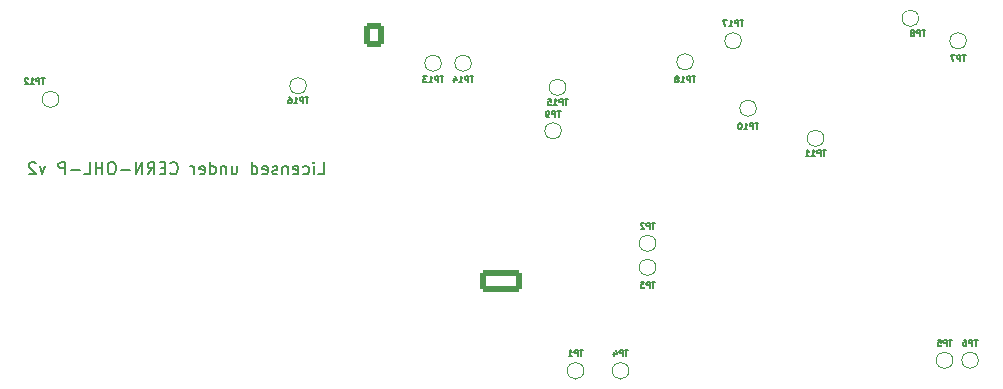
<source format=gbr>
%TF.GenerationSoftware,KiCad,Pcbnew,8.0.6-8.0.6-0~ubuntu24.04.1*%
%TF.CreationDate,2024-11-13T00:59:24+01:00*%
%TF.ProjectId,TinyTimer_V01,54696e79-5469-46d6-9572-5f5630312e6b,rev?*%
%TF.SameCoordinates,Original*%
%TF.FileFunction,Legend,Bot*%
%TF.FilePolarity,Positive*%
%FSLAX46Y46*%
G04 Gerber Fmt 4.6, Leading zero omitted, Abs format (unit mm)*
G04 Created by KiCad (PCBNEW 8.0.6-8.0.6-0~ubuntu24.04.1) date 2024-11-13 00:59:24*
%MOMM*%
%LPD*%
G01*
G04 APERTURE LIST*
G04 Aperture macros list*
%AMRoundRect*
0 Rectangle with rounded corners*
0 $1 Rounding radius*
0 $2 $3 $4 $5 $6 $7 $8 $9 X,Y pos of 4 corners*
0 Add a 4 corners polygon primitive as box body*
4,1,4,$2,$3,$4,$5,$6,$7,$8,$9,$2,$3,0*
0 Add four circle primitives for the rounded corners*
1,1,$1+$1,$2,$3*
1,1,$1+$1,$4,$5*
1,1,$1+$1,$6,$7*
1,1,$1+$1,$8,$9*
0 Add four rect primitives between the rounded corners*
20,1,$1+$1,$2,$3,$4,$5,0*
20,1,$1+$1,$4,$5,$6,$7,0*
20,1,$1+$1,$6,$7,$8,$9,0*
20,1,$1+$1,$8,$9,$2,$3,0*%
G04 Aperture macros list end*
%ADD10C,0.203200*%
%ADD11C,0.127000*%
%ADD12C,0.120000*%
%ADD13C,0.150000*%
%ADD14C,3.000000*%
%ADD15RoundRect,0.250000X1.550000X-0.650000X1.550000X0.650000X-1.550000X0.650000X-1.550000X-0.650000X0*%
%ADD16O,3.600000X1.800000*%
%ADD17C,3.500000*%
%ADD18RoundRect,0.250000X-0.600000X-0.725000X0.600000X-0.725000X0.600000X0.725000X-0.600000X0.725000X0*%
%ADD19O,1.700000X1.950000*%
%ADD20C,3.450000*%
%ADD21C,2.390000*%
%ADD22C,0.650000*%
%ADD23O,2.100000X1.000000*%
%ADD24O,1.600000X1.000000*%
%ADD25O,3.000000X1.600000*%
%ADD26C,1.408000*%
%ADD27C,1.000000*%
G04 APERTURE END LIST*
D10*
X27715601Y21089907D02*
X28199411Y21089907D01*
X28199411Y21089907D02*
X28199411Y22105907D01*
X27376935Y21089907D02*
X27376935Y21767240D01*
X27376935Y22105907D02*
X27425316Y22057526D01*
X27425316Y22057526D02*
X27376935Y22009145D01*
X27376935Y22009145D02*
X27328554Y22057526D01*
X27328554Y22057526D02*
X27376935Y22105907D01*
X27376935Y22105907D02*
X27376935Y22009145D01*
X26457696Y21138287D02*
X26554458Y21089907D01*
X26554458Y21089907D02*
X26747982Y21089907D01*
X26747982Y21089907D02*
X26844744Y21138287D01*
X26844744Y21138287D02*
X26893125Y21186668D01*
X26893125Y21186668D02*
X26941506Y21283430D01*
X26941506Y21283430D02*
X26941506Y21573716D01*
X26941506Y21573716D02*
X26893125Y21670478D01*
X26893125Y21670478D02*
X26844744Y21718859D01*
X26844744Y21718859D02*
X26747982Y21767240D01*
X26747982Y21767240D02*
X26554458Y21767240D01*
X26554458Y21767240D02*
X26457696Y21718859D01*
X25635220Y21138287D02*
X25731982Y21089907D01*
X25731982Y21089907D02*
X25925506Y21089907D01*
X25925506Y21089907D02*
X26022268Y21138287D01*
X26022268Y21138287D02*
X26070649Y21235049D01*
X26070649Y21235049D02*
X26070649Y21622097D01*
X26070649Y21622097D02*
X26022268Y21718859D01*
X26022268Y21718859D02*
X25925506Y21767240D01*
X25925506Y21767240D02*
X25731982Y21767240D01*
X25731982Y21767240D02*
X25635220Y21718859D01*
X25635220Y21718859D02*
X25586839Y21622097D01*
X25586839Y21622097D02*
X25586839Y21525335D01*
X25586839Y21525335D02*
X26070649Y21428573D01*
X25151411Y21767240D02*
X25151411Y21089907D01*
X25151411Y21670478D02*
X25103030Y21718859D01*
X25103030Y21718859D02*
X25006268Y21767240D01*
X25006268Y21767240D02*
X24861125Y21767240D01*
X24861125Y21767240D02*
X24764363Y21718859D01*
X24764363Y21718859D02*
X24715982Y21622097D01*
X24715982Y21622097D02*
X24715982Y21089907D01*
X24280554Y21138287D02*
X24183792Y21089907D01*
X24183792Y21089907D02*
X23990268Y21089907D01*
X23990268Y21089907D02*
X23893506Y21138287D01*
X23893506Y21138287D02*
X23845125Y21235049D01*
X23845125Y21235049D02*
X23845125Y21283430D01*
X23845125Y21283430D02*
X23893506Y21380192D01*
X23893506Y21380192D02*
X23990268Y21428573D01*
X23990268Y21428573D02*
X24135411Y21428573D01*
X24135411Y21428573D02*
X24232173Y21476954D01*
X24232173Y21476954D02*
X24280554Y21573716D01*
X24280554Y21573716D02*
X24280554Y21622097D01*
X24280554Y21622097D02*
X24232173Y21718859D01*
X24232173Y21718859D02*
X24135411Y21767240D01*
X24135411Y21767240D02*
X23990268Y21767240D01*
X23990268Y21767240D02*
X23893506Y21718859D01*
X23022649Y21138287D02*
X23119411Y21089907D01*
X23119411Y21089907D02*
X23312935Y21089907D01*
X23312935Y21089907D02*
X23409697Y21138287D01*
X23409697Y21138287D02*
X23458078Y21235049D01*
X23458078Y21235049D02*
X23458078Y21622097D01*
X23458078Y21622097D02*
X23409697Y21718859D01*
X23409697Y21718859D02*
X23312935Y21767240D01*
X23312935Y21767240D02*
X23119411Y21767240D01*
X23119411Y21767240D02*
X23022649Y21718859D01*
X23022649Y21718859D02*
X22974268Y21622097D01*
X22974268Y21622097D02*
X22974268Y21525335D01*
X22974268Y21525335D02*
X23458078Y21428573D01*
X22103411Y21089907D02*
X22103411Y22105907D01*
X22103411Y21138287D02*
X22200173Y21089907D01*
X22200173Y21089907D02*
X22393697Y21089907D01*
X22393697Y21089907D02*
X22490459Y21138287D01*
X22490459Y21138287D02*
X22538840Y21186668D01*
X22538840Y21186668D02*
X22587221Y21283430D01*
X22587221Y21283430D02*
X22587221Y21573716D01*
X22587221Y21573716D02*
X22538840Y21670478D01*
X22538840Y21670478D02*
X22490459Y21718859D01*
X22490459Y21718859D02*
X22393697Y21767240D01*
X22393697Y21767240D02*
X22200173Y21767240D01*
X22200173Y21767240D02*
X22103411Y21718859D01*
X20410078Y21767240D02*
X20410078Y21089907D01*
X20845507Y21767240D02*
X20845507Y21235049D01*
X20845507Y21235049D02*
X20797126Y21138287D01*
X20797126Y21138287D02*
X20700364Y21089907D01*
X20700364Y21089907D02*
X20555221Y21089907D01*
X20555221Y21089907D02*
X20458459Y21138287D01*
X20458459Y21138287D02*
X20410078Y21186668D01*
X19926269Y21767240D02*
X19926269Y21089907D01*
X19926269Y21670478D02*
X19877888Y21718859D01*
X19877888Y21718859D02*
X19781126Y21767240D01*
X19781126Y21767240D02*
X19635983Y21767240D01*
X19635983Y21767240D02*
X19539221Y21718859D01*
X19539221Y21718859D02*
X19490840Y21622097D01*
X19490840Y21622097D02*
X19490840Y21089907D01*
X18571602Y21089907D02*
X18571602Y22105907D01*
X18571602Y21138287D02*
X18668364Y21089907D01*
X18668364Y21089907D02*
X18861888Y21089907D01*
X18861888Y21089907D02*
X18958650Y21138287D01*
X18958650Y21138287D02*
X19007031Y21186668D01*
X19007031Y21186668D02*
X19055412Y21283430D01*
X19055412Y21283430D02*
X19055412Y21573716D01*
X19055412Y21573716D02*
X19007031Y21670478D01*
X19007031Y21670478D02*
X18958650Y21718859D01*
X18958650Y21718859D02*
X18861888Y21767240D01*
X18861888Y21767240D02*
X18668364Y21767240D01*
X18668364Y21767240D02*
X18571602Y21718859D01*
X17700745Y21138287D02*
X17797507Y21089907D01*
X17797507Y21089907D02*
X17991031Y21089907D01*
X17991031Y21089907D02*
X18087793Y21138287D01*
X18087793Y21138287D02*
X18136174Y21235049D01*
X18136174Y21235049D02*
X18136174Y21622097D01*
X18136174Y21622097D02*
X18087793Y21718859D01*
X18087793Y21718859D02*
X17991031Y21767240D01*
X17991031Y21767240D02*
X17797507Y21767240D01*
X17797507Y21767240D02*
X17700745Y21718859D01*
X17700745Y21718859D02*
X17652364Y21622097D01*
X17652364Y21622097D02*
X17652364Y21525335D01*
X17652364Y21525335D02*
X18136174Y21428573D01*
X17216936Y21089907D02*
X17216936Y21767240D01*
X17216936Y21573716D02*
X17168555Y21670478D01*
X17168555Y21670478D02*
X17120174Y21718859D01*
X17120174Y21718859D02*
X17023412Y21767240D01*
X17023412Y21767240D02*
X16926650Y21767240D01*
X15233317Y21186668D02*
X15281698Y21138287D01*
X15281698Y21138287D02*
X15426841Y21089907D01*
X15426841Y21089907D02*
X15523603Y21089907D01*
X15523603Y21089907D02*
X15668746Y21138287D01*
X15668746Y21138287D02*
X15765508Y21235049D01*
X15765508Y21235049D02*
X15813889Y21331811D01*
X15813889Y21331811D02*
X15862270Y21525335D01*
X15862270Y21525335D02*
X15862270Y21670478D01*
X15862270Y21670478D02*
X15813889Y21864002D01*
X15813889Y21864002D02*
X15765508Y21960764D01*
X15765508Y21960764D02*
X15668746Y22057526D01*
X15668746Y22057526D02*
X15523603Y22105907D01*
X15523603Y22105907D02*
X15426841Y22105907D01*
X15426841Y22105907D02*
X15281698Y22057526D01*
X15281698Y22057526D02*
X15233317Y22009145D01*
X14797889Y21622097D02*
X14459222Y21622097D01*
X14314079Y21089907D02*
X14797889Y21089907D01*
X14797889Y21089907D02*
X14797889Y22105907D01*
X14797889Y22105907D02*
X14314079Y22105907D01*
X13298079Y21089907D02*
X13636746Y21573716D01*
X13878651Y21089907D02*
X13878651Y22105907D01*
X13878651Y22105907D02*
X13491603Y22105907D01*
X13491603Y22105907D02*
X13394841Y22057526D01*
X13394841Y22057526D02*
X13346460Y22009145D01*
X13346460Y22009145D02*
X13298079Y21912383D01*
X13298079Y21912383D02*
X13298079Y21767240D01*
X13298079Y21767240D02*
X13346460Y21670478D01*
X13346460Y21670478D02*
X13394841Y21622097D01*
X13394841Y21622097D02*
X13491603Y21573716D01*
X13491603Y21573716D02*
X13878651Y21573716D01*
X12862651Y21089907D02*
X12862651Y22105907D01*
X12862651Y22105907D02*
X12282079Y21089907D01*
X12282079Y21089907D02*
X12282079Y22105907D01*
X11798270Y21476954D02*
X11024175Y21476954D01*
X10346841Y22105907D02*
X10153317Y22105907D01*
X10153317Y22105907D02*
X10056555Y22057526D01*
X10056555Y22057526D02*
X9959793Y21960764D01*
X9959793Y21960764D02*
X9911412Y21767240D01*
X9911412Y21767240D02*
X9911412Y21428573D01*
X9911412Y21428573D02*
X9959793Y21235049D01*
X9959793Y21235049D02*
X10056555Y21138287D01*
X10056555Y21138287D02*
X10153317Y21089907D01*
X10153317Y21089907D02*
X10346841Y21089907D01*
X10346841Y21089907D02*
X10443603Y21138287D01*
X10443603Y21138287D02*
X10540365Y21235049D01*
X10540365Y21235049D02*
X10588746Y21428573D01*
X10588746Y21428573D02*
X10588746Y21767240D01*
X10588746Y21767240D02*
X10540365Y21960764D01*
X10540365Y21960764D02*
X10443603Y22057526D01*
X10443603Y22057526D02*
X10346841Y22105907D01*
X9475984Y21089907D02*
X9475984Y22105907D01*
X9475984Y21622097D02*
X8895412Y21622097D01*
X8895412Y21089907D02*
X8895412Y22105907D01*
X7927793Y21089907D02*
X8411603Y21089907D01*
X8411603Y21089907D02*
X8411603Y22105907D01*
X7589127Y21476954D02*
X6815032Y21476954D01*
X6331222Y21089907D02*
X6331222Y22105907D01*
X6331222Y22105907D02*
X5944174Y22105907D01*
X5944174Y22105907D02*
X5847412Y22057526D01*
X5847412Y22057526D02*
X5799031Y22009145D01*
X5799031Y22009145D02*
X5750650Y21912383D01*
X5750650Y21912383D02*
X5750650Y21767240D01*
X5750650Y21767240D02*
X5799031Y21670478D01*
X5799031Y21670478D02*
X5847412Y21622097D01*
X5847412Y21622097D02*
X5944174Y21573716D01*
X5944174Y21573716D02*
X6331222Y21573716D01*
X4637889Y21767240D02*
X4395984Y21089907D01*
X4395984Y21089907D02*
X4154079Y21767240D01*
X3815413Y22009145D02*
X3767032Y22057526D01*
X3767032Y22057526D02*
X3670270Y22105907D01*
X3670270Y22105907D02*
X3428365Y22105907D01*
X3428365Y22105907D02*
X3331603Y22057526D01*
X3331603Y22057526D02*
X3283222Y22009145D01*
X3283222Y22009145D02*
X3234841Y21912383D01*
X3234841Y21912383D02*
X3234841Y21815621D01*
X3234841Y21815621D02*
X3283222Y21670478D01*
X3283222Y21670478D02*
X3863794Y21089907D01*
X3863794Y21089907D02*
X3234841Y21089907D01*
D11*
X50171048Y6172594D02*
X49880762Y6172594D01*
X50025905Y5664594D02*
X50025905Y6172594D01*
X49711428Y5664594D02*
X49711428Y6172594D01*
X49711428Y6172594D02*
X49517904Y6172594D01*
X49517904Y6172594D02*
X49469523Y6148404D01*
X49469523Y6148404D02*
X49445333Y6124213D01*
X49445333Y6124213D02*
X49421142Y6075832D01*
X49421142Y6075832D02*
X49421142Y6003261D01*
X49421142Y6003261D02*
X49445333Y5954880D01*
X49445333Y5954880D02*
X49469523Y5930689D01*
X49469523Y5930689D02*
X49517904Y5906499D01*
X49517904Y5906499D02*
X49711428Y5906499D01*
X48937333Y5664594D02*
X49227619Y5664594D01*
X49082476Y5664594D02*
X49082476Y6172594D01*
X49082476Y6172594D02*
X49130857Y6100023D01*
X49130857Y6100023D02*
X49179238Y6051642D01*
X49179238Y6051642D02*
X49227619Y6027451D01*
X63747953Y34112594D02*
X63457667Y34112594D01*
X63602810Y33604594D02*
X63602810Y34112594D01*
X63288333Y33604594D02*
X63288333Y34112594D01*
X63288333Y34112594D02*
X63094809Y34112594D01*
X63094809Y34112594D02*
X63046428Y34088404D01*
X63046428Y34088404D02*
X63022238Y34064213D01*
X63022238Y34064213D02*
X62998047Y34015832D01*
X62998047Y34015832D02*
X62998047Y33943261D01*
X62998047Y33943261D02*
X63022238Y33894880D01*
X63022238Y33894880D02*
X63046428Y33870689D01*
X63046428Y33870689D02*
X63094809Y33846499D01*
X63094809Y33846499D02*
X63288333Y33846499D01*
X62514238Y33604594D02*
X62804524Y33604594D01*
X62659381Y33604594D02*
X62659381Y34112594D01*
X62659381Y34112594D02*
X62707762Y34040023D01*
X62707762Y34040023D02*
X62756143Y33991642D01*
X62756143Y33991642D02*
X62804524Y33967451D01*
X62344904Y34112594D02*
X62006237Y34112594D01*
X62006237Y34112594D02*
X62223952Y33604594D01*
X79146048Y33299594D02*
X78855762Y33299594D01*
X79000905Y32791594D02*
X79000905Y33299594D01*
X78686428Y32791594D02*
X78686428Y33299594D01*
X78686428Y33299594D02*
X78492904Y33299594D01*
X78492904Y33299594D02*
X78444523Y33275404D01*
X78444523Y33275404D02*
X78420333Y33251213D01*
X78420333Y33251213D02*
X78396142Y33202832D01*
X78396142Y33202832D02*
X78396142Y33130261D01*
X78396142Y33130261D02*
X78420333Y33081880D01*
X78420333Y33081880D02*
X78444523Y33057689D01*
X78444523Y33057689D02*
X78492904Y33033499D01*
X78492904Y33033499D02*
X78686428Y33033499D01*
X78105857Y33081880D02*
X78154238Y33106070D01*
X78154238Y33106070D02*
X78178428Y33130261D01*
X78178428Y33130261D02*
X78202619Y33178642D01*
X78202619Y33178642D02*
X78202619Y33202832D01*
X78202619Y33202832D02*
X78178428Y33251213D01*
X78178428Y33251213D02*
X78154238Y33275404D01*
X78154238Y33275404D02*
X78105857Y33299594D01*
X78105857Y33299594D02*
X78009095Y33299594D01*
X78009095Y33299594D02*
X77960714Y33275404D01*
X77960714Y33275404D02*
X77936523Y33251213D01*
X77936523Y33251213D02*
X77912333Y33202832D01*
X77912333Y33202832D02*
X77912333Y33178642D01*
X77912333Y33178642D02*
X77936523Y33130261D01*
X77936523Y33130261D02*
X77960714Y33106070D01*
X77960714Y33106070D02*
X78009095Y33081880D01*
X78009095Y33081880D02*
X78105857Y33081880D01*
X78105857Y33081880D02*
X78154238Y33057689D01*
X78154238Y33057689D02*
X78178428Y33033499D01*
X78178428Y33033499D02*
X78202619Y32985118D01*
X78202619Y32985118D02*
X78202619Y32888356D01*
X78202619Y32888356D02*
X78178428Y32839975D01*
X78178428Y32839975D02*
X78154238Y32815784D01*
X78154238Y32815784D02*
X78105857Y32791594D01*
X78105857Y32791594D02*
X78009095Y32791594D01*
X78009095Y32791594D02*
X77960714Y32815784D01*
X77960714Y32815784D02*
X77936523Y32839975D01*
X77936523Y32839975D02*
X77912333Y32888356D01*
X77912333Y32888356D02*
X77912333Y32985118D01*
X77912333Y32985118D02*
X77936523Y33033499D01*
X77936523Y33033499D02*
X77960714Y33057689D01*
X77960714Y33057689D02*
X78009095Y33081880D01*
X65017953Y25425594D02*
X64727667Y25425594D01*
X64872810Y24917594D02*
X64872810Y25425594D01*
X64558333Y24917594D02*
X64558333Y25425594D01*
X64558333Y25425594D02*
X64364809Y25425594D01*
X64364809Y25425594D02*
X64316428Y25401404D01*
X64316428Y25401404D02*
X64292238Y25377213D01*
X64292238Y25377213D02*
X64268047Y25328832D01*
X64268047Y25328832D02*
X64268047Y25256261D01*
X64268047Y25256261D02*
X64292238Y25207880D01*
X64292238Y25207880D02*
X64316428Y25183689D01*
X64316428Y25183689D02*
X64364809Y25159499D01*
X64364809Y25159499D02*
X64558333Y25159499D01*
X63784238Y24917594D02*
X64074524Y24917594D01*
X63929381Y24917594D02*
X63929381Y25425594D01*
X63929381Y25425594D02*
X63977762Y25353023D01*
X63977762Y25353023D02*
X64026143Y25304642D01*
X64026143Y25304642D02*
X64074524Y25280451D01*
X63469761Y25425594D02*
X63421380Y25425594D01*
X63421380Y25425594D02*
X63372999Y25401404D01*
X63372999Y25401404D02*
X63348809Y25377213D01*
X63348809Y25377213D02*
X63324618Y25328832D01*
X63324618Y25328832D02*
X63300428Y25232070D01*
X63300428Y25232070D02*
X63300428Y25111118D01*
X63300428Y25111118D02*
X63324618Y25014356D01*
X63324618Y25014356D02*
X63348809Y24965975D01*
X63348809Y24965975D02*
X63372999Y24941784D01*
X63372999Y24941784D02*
X63421380Y24917594D01*
X63421380Y24917594D02*
X63469761Y24917594D01*
X63469761Y24917594D02*
X63518142Y24941784D01*
X63518142Y24941784D02*
X63542333Y24965975D01*
X63542333Y24965975D02*
X63566523Y25014356D01*
X63566523Y25014356D02*
X63590714Y25111118D01*
X63590714Y25111118D02*
X63590714Y25232070D01*
X63590714Y25232070D02*
X63566523Y25328832D01*
X63566523Y25328832D02*
X63542333Y25377213D01*
X63542333Y25377213D02*
X63518142Y25401404D01*
X63518142Y25401404D02*
X63469761Y25425594D01*
X53981048Y6172594D02*
X53690762Y6172594D01*
X53835905Y5664594D02*
X53835905Y6172594D01*
X53521428Y5664594D02*
X53521428Y6172594D01*
X53521428Y6172594D02*
X53327904Y6172594D01*
X53327904Y6172594D02*
X53279523Y6148404D01*
X53279523Y6148404D02*
X53255333Y6124213D01*
X53255333Y6124213D02*
X53231142Y6075832D01*
X53231142Y6075832D02*
X53231142Y6003261D01*
X53231142Y6003261D02*
X53255333Y5954880D01*
X53255333Y5954880D02*
X53279523Y5930689D01*
X53279523Y5930689D02*
X53327904Y5906499D01*
X53327904Y5906499D02*
X53521428Y5906499D01*
X52795714Y6003261D02*
X52795714Y5664594D01*
X52916666Y6196784D02*
X53037619Y5833927D01*
X53037619Y5833927D02*
X52723142Y5833927D01*
X26917953Y27584594D02*
X26627667Y27584594D01*
X26772810Y27076594D02*
X26772810Y27584594D01*
X26458333Y27076594D02*
X26458333Y27584594D01*
X26458333Y27584594D02*
X26264809Y27584594D01*
X26264809Y27584594D02*
X26216428Y27560404D01*
X26216428Y27560404D02*
X26192238Y27536213D01*
X26192238Y27536213D02*
X26168047Y27487832D01*
X26168047Y27487832D02*
X26168047Y27415261D01*
X26168047Y27415261D02*
X26192238Y27366880D01*
X26192238Y27366880D02*
X26216428Y27342689D01*
X26216428Y27342689D02*
X26264809Y27318499D01*
X26264809Y27318499D02*
X26458333Y27318499D01*
X25684238Y27076594D02*
X25974524Y27076594D01*
X25829381Y27076594D02*
X25829381Y27584594D01*
X25829381Y27584594D02*
X25877762Y27512023D01*
X25877762Y27512023D02*
X25926143Y27463642D01*
X25926143Y27463642D02*
X25974524Y27439451D01*
X25248809Y27584594D02*
X25345571Y27584594D01*
X25345571Y27584594D02*
X25393952Y27560404D01*
X25393952Y27560404D02*
X25418142Y27536213D01*
X25418142Y27536213D02*
X25466523Y27463642D01*
X25466523Y27463642D02*
X25490714Y27366880D01*
X25490714Y27366880D02*
X25490714Y27173356D01*
X25490714Y27173356D02*
X25466523Y27124975D01*
X25466523Y27124975D02*
X25442333Y27100784D01*
X25442333Y27100784D02*
X25393952Y27076594D01*
X25393952Y27076594D02*
X25297190Y27076594D01*
X25297190Y27076594D02*
X25248809Y27100784D01*
X25248809Y27100784D02*
X25224618Y27124975D01*
X25224618Y27124975D02*
X25200428Y27173356D01*
X25200428Y27173356D02*
X25200428Y27294308D01*
X25200428Y27294308D02*
X25224618Y27342689D01*
X25224618Y27342689D02*
X25248809Y27366880D01*
X25248809Y27366880D02*
X25297190Y27391070D01*
X25297190Y27391070D02*
X25393952Y27391070D01*
X25393952Y27391070D02*
X25442333Y27366880D01*
X25442333Y27366880D02*
X25466523Y27342689D01*
X25466523Y27342689D02*
X25490714Y27294308D01*
X81413048Y7061594D02*
X81122762Y7061594D01*
X81267905Y6553594D02*
X81267905Y7061594D01*
X80953428Y6553594D02*
X80953428Y7061594D01*
X80953428Y7061594D02*
X80759904Y7061594D01*
X80759904Y7061594D02*
X80711523Y7037404D01*
X80711523Y7037404D02*
X80687333Y7013213D01*
X80687333Y7013213D02*
X80663142Y6964832D01*
X80663142Y6964832D02*
X80663142Y6892261D01*
X80663142Y6892261D02*
X80687333Y6843880D01*
X80687333Y6843880D02*
X80711523Y6819689D01*
X80711523Y6819689D02*
X80759904Y6795499D01*
X80759904Y6795499D02*
X80953428Y6795499D01*
X80203523Y7061594D02*
X80445428Y7061594D01*
X80445428Y7061594D02*
X80469619Y6819689D01*
X80469619Y6819689D02*
X80445428Y6843880D01*
X80445428Y6843880D02*
X80397047Y6868070D01*
X80397047Y6868070D02*
X80276095Y6868070D01*
X80276095Y6868070D02*
X80227714Y6843880D01*
X80227714Y6843880D02*
X80203523Y6819689D01*
X80203523Y6819689D02*
X80179333Y6771308D01*
X80179333Y6771308D02*
X80179333Y6650356D01*
X80179333Y6650356D02*
X80203523Y6601975D01*
X80203523Y6601975D02*
X80227714Y6577784D01*
X80227714Y6577784D02*
X80276095Y6553594D01*
X80276095Y6553594D02*
X80397047Y6553594D01*
X80397047Y6553594D02*
X80445428Y6577784D01*
X80445428Y6577784D02*
X80469619Y6601975D01*
X38347953Y29362594D02*
X38057667Y29362594D01*
X38202810Y28854594D02*
X38202810Y29362594D01*
X37888333Y28854594D02*
X37888333Y29362594D01*
X37888333Y29362594D02*
X37694809Y29362594D01*
X37694809Y29362594D02*
X37646428Y29338404D01*
X37646428Y29338404D02*
X37622238Y29314213D01*
X37622238Y29314213D02*
X37598047Y29265832D01*
X37598047Y29265832D02*
X37598047Y29193261D01*
X37598047Y29193261D02*
X37622238Y29144880D01*
X37622238Y29144880D02*
X37646428Y29120689D01*
X37646428Y29120689D02*
X37694809Y29096499D01*
X37694809Y29096499D02*
X37888333Y29096499D01*
X37114238Y28854594D02*
X37404524Y28854594D01*
X37259381Y28854594D02*
X37259381Y29362594D01*
X37259381Y29362594D02*
X37307762Y29290023D01*
X37307762Y29290023D02*
X37356143Y29241642D01*
X37356143Y29241642D02*
X37404524Y29217451D01*
X36944904Y29362594D02*
X36630428Y29362594D01*
X36630428Y29362594D02*
X36799761Y29169070D01*
X36799761Y29169070D02*
X36727190Y29169070D01*
X36727190Y29169070D02*
X36678809Y29144880D01*
X36678809Y29144880D02*
X36654618Y29120689D01*
X36654618Y29120689D02*
X36630428Y29072308D01*
X36630428Y29072308D02*
X36630428Y28951356D01*
X36630428Y28951356D02*
X36654618Y28902975D01*
X36654618Y28902975D02*
X36678809Y28878784D01*
X36678809Y28878784D02*
X36727190Y28854594D01*
X36727190Y28854594D02*
X36872333Y28854594D01*
X36872333Y28854594D02*
X36920714Y28878784D01*
X36920714Y28878784D02*
X36944904Y28902975D01*
X56267048Y16967594D02*
X55976762Y16967594D01*
X56121905Y16459594D02*
X56121905Y16967594D01*
X55807428Y16459594D02*
X55807428Y16967594D01*
X55807428Y16967594D02*
X55613904Y16967594D01*
X55613904Y16967594D02*
X55565523Y16943404D01*
X55565523Y16943404D02*
X55541333Y16919213D01*
X55541333Y16919213D02*
X55517142Y16870832D01*
X55517142Y16870832D02*
X55517142Y16798261D01*
X55517142Y16798261D02*
X55541333Y16749880D01*
X55541333Y16749880D02*
X55565523Y16725689D01*
X55565523Y16725689D02*
X55613904Y16701499D01*
X55613904Y16701499D02*
X55807428Y16701499D01*
X55323619Y16919213D02*
X55299428Y16943404D01*
X55299428Y16943404D02*
X55251047Y16967594D01*
X55251047Y16967594D02*
X55130095Y16967594D01*
X55130095Y16967594D02*
X55081714Y16943404D01*
X55081714Y16943404D02*
X55057523Y16919213D01*
X55057523Y16919213D02*
X55033333Y16870832D01*
X55033333Y16870832D02*
X55033333Y16822451D01*
X55033333Y16822451D02*
X55057523Y16749880D01*
X55057523Y16749880D02*
X55347809Y16459594D01*
X55347809Y16459594D02*
X55033333Y16459594D01*
X56267048Y11963594D02*
X55976762Y11963594D01*
X56121905Y11455594D02*
X56121905Y11963594D01*
X55807428Y11455594D02*
X55807428Y11963594D01*
X55807428Y11963594D02*
X55613904Y11963594D01*
X55613904Y11963594D02*
X55565523Y11939404D01*
X55565523Y11939404D02*
X55541333Y11915213D01*
X55541333Y11915213D02*
X55517142Y11866832D01*
X55517142Y11866832D02*
X55517142Y11794261D01*
X55517142Y11794261D02*
X55541333Y11745880D01*
X55541333Y11745880D02*
X55565523Y11721689D01*
X55565523Y11721689D02*
X55613904Y11697499D01*
X55613904Y11697499D02*
X55807428Y11697499D01*
X55347809Y11963594D02*
X55033333Y11963594D01*
X55033333Y11963594D02*
X55202666Y11770070D01*
X55202666Y11770070D02*
X55130095Y11770070D01*
X55130095Y11770070D02*
X55081714Y11745880D01*
X55081714Y11745880D02*
X55057523Y11721689D01*
X55057523Y11721689D02*
X55033333Y11673308D01*
X55033333Y11673308D02*
X55033333Y11552356D01*
X55033333Y11552356D02*
X55057523Y11503975D01*
X55057523Y11503975D02*
X55081714Y11479784D01*
X55081714Y11479784D02*
X55130095Y11455594D01*
X55130095Y11455594D02*
X55275238Y11455594D01*
X55275238Y11455594D02*
X55323619Y11479784D01*
X55323619Y11479784D02*
X55347809Y11503975D01*
X4602953Y29234594D02*
X4312667Y29234594D01*
X4457810Y28726594D02*
X4457810Y29234594D01*
X4143333Y28726594D02*
X4143333Y29234594D01*
X4143333Y29234594D02*
X3949809Y29234594D01*
X3949809Y29234594D02*
X3901428Y29210404D01*
X3901428Y29210404D02*
X3877238Y29186213D01*
X3877238Y29186213D02*
X3853047Y29137832D01*
X3853047Y29137832D02*
X3853047Y29065261D01*
X3853047Y29065261D02*
X3877238Y29016880D01*
X3877238Y29016880D02*
X3901428Y28992689D01*
X3901428Y28992689D02*
X3949809Y28968499D01*
X3949809Y28968499D02*
X4143333Y28968499D01*
X3369238Y28726594D02*
X3659524Y28726594D01*
X3514381Y28726594D02*
X3514381Y29234594D01*
X3514381Y29234594D02*
X3562762Y29162023D01*
X3562762Y29162023D02*
X3611143Y29113642D01*
X3611143Y29113642D02*
X3659524Y29089451D01*
X3175714Y29186213D02*
X3151523Y29210404D01*
X3151523Y29210404D02*
X3103142Y29234594D01*
X3103142Y29234594D02*
X2982190Y29234594D01*
X2982190Y29234594D02*
X2933809Y29210404D01*
X2933809Y29210404D02*
X2909618Y29186213D01*
X2909618Y29186213D02*
X2885428Y29137832D01*
X2885428Y29137832D02*
X2885428Y29089451D01*
X2885428Y29089451D02*
X2909618Y29016880D01*
X2909618Y29016880D02*
X3199904Y28726594D01*
X3199904Y28726594D02*
X2885428Y28726594D01*
X59683953Y29362594D02*
X59393667Y29362594D01*
X59538810Y28854594D02*
X59538810Y29362594D01*
X59224333Y28854594D02*
X59224333Y29362594D01*
X59224333Y29362594D02*
X59030809Y29362594D01*
X59030809Y29362594D02*
X58982428Y29338404D01*
X58982428Y29338404D02*
X58958238Y29314213D01*
X58958238Y29314213D02*
X58934047Y29265832D01*
X58934047Y29265832D02*
X58934047Y29193261D01*
X58934047Y29193261D02*
X58958238Y29144880D01*
X58958238Y29144880D02*
X58982428Y29120689D01*
X58982428Y29120689D02*
X59030809Y29096499D01*
X59030809Y29096499D02*
X59224333Y29096499D01*
X58450238Y28854594D02*
X58740524Y28854594D01*
X58595381Y28854594D02*
X58595381Y29362594D01*
X58595381Y29362594D02*
X58643762Y29290023D01*
X58643762Y29290023D02*
X58692143Y29241642D01*
X58692143Y29241642D02*
X58740524Y29217451D01*
X58159952Y29144880D02*
X58208333Y29169070D01*
X58208333Y29169070D02*
X58232523Y29193261D01*
X58232523Y29193261D02*
X58256714Y29241642D01*
X58256714Y29241642D02*
X58256714Y29265832D01*
X58256714Y29265832D02*
X58232523Y29314213D01*
X58232523Y29314213D02*
X58208333Y29338404D01*
X58208333Y29338404D02*
X58159952Y29362594D01*
X58159952Y29362594D02*
X58063190Y29362594D01*
X58063190Y29362594D02*
X58014809Y29338404D01*
X58014809Y29338404D02*
X57990618Y29314213D01*
X57990618Y29314213D02*
X57966428Y29265832D01*
X57966428Y29265832D02*
X57966428Y29241642D01*
X57966428Y29241642D02*
X57990618Y29193261D01*
X57990618Y29193261D02*
X58014809Y29169070D01*
X58014809Y29169070D02*
X58063190Y29144880D01*
X58063190Y29144880D02*
X58159952Y29144880D01*
X58159952Y29144880D02*
X58208333Y29120689D01*
X58208333Y29120689D02*
X58232523Y29096499D01*
X58232523Y29096499D02*
X58256714Y29048118D01*
X58256714Y29048118D02*
X58256714Y28951356D01*
X58256714Y28951356D02*
X58232523Y28902975D01*
X58232523Y28902975D02*
X58208333Y28878784D01*
X58208333Y28878784D02*
X58159952Y28854594D01*
X58159952Y28854594D02*
X58063190Y28854594D01*
X58063190Y28854594D02*
X58014809Y28878784D01*
X58014809Y28878784D02*
X57990618Y28902975D01*
X57990618Y28902975D02*
X57966428Y28951356D01*
X57966428Y28951356D02*
X57966428Y29048118D01*
X57966428Y29048118D02*
X57990618Y29096499D01*
X57990618Y29096499D02*
X58014809Y29120689D01*
X58014809Y29120689D02*
X58063190Y29144880D01*
X48266048Y26441594D02*
X47975762Y26441594D01*
X48120905Y25933594D02*
X48120905Y26441594D01*
X47806428Y25933594D02*
X47806428Y26441594D01*
X47806428Y26441594D02*
X47612904Y26441594D01*
X47612904Y26441594D02*
X47564523Y26417404D01*
X47564523Y26417404D02*
X47540333Y26393213D01*
X47540333Y26393213D02*
X47516142Y26344832D01*
X47516142Y26344832D02*
X47516142Y26272261D01*
X47516142Y26272261D02*
X47540333Y26223880D01*
X47540333Y26223880D02*
X47564523Y26199689D01*
X47564523Y26199689D02*
X47612904Y26175499D01*
X47612904Y26175499D02*
X47806428Y26175499D01*
X47274238Y25933594D02*
X47177476Y25933594D01*
X47177476Y25933594D02*
X47129095Y25957784D01*
X47129095Y25957784D02*
X47104904Y25981975D01*
X47104904Y25981975D02*
X47056523Y26054546D01*
X47056523Y26054546D02*
X47032333Y26151308D01*
X47032333Y26151308D02*
X47032333Y26344832D01*
X47032333Y26344832D02*
X47056523Y26393213D01*
X47056523Y26393213D02*
X47080714Y26417404D01*
X47080714Y26417404D02*
X47129095Y26441594D01*
X47129095Y26441594D02*
X47225857Y26441594D01*
X47225857Y26441594D02*
X47274238Y26417404D01*
X47274238Y26417404D02*
X47298428Y26393213D01*
X47298428Y26393213D02*
X47322619Y26344832D01*
X47322619Y26344832D02*
X47322619Y26223880D01*
X47322619Y26223880D02*
X47298428Y26175499D01*
X47298428Y26175499D02*
X47274238Y26151308D01*
X47274238Y26151308D02*
X47225857Y26127118D01*
X47225857Y26127118D02*
X47129095Y26127118D01*
X47129095Y26127118D02*
X47080714Y26151308D01*
X47080714Y26151308D02*
X47056523Y26175499D01*
X47056523Y26175499D02*
X47032333Y26223880D01*
X40887953Y29362594D02*
X40597667Y29362594D01*
X40742810Y28854594D02*
X40742810Y29362594D01*
X40428333Y28854594D02*
X40428333Y29362594D01*
X40428333Y29362594D02*
X40234809Y29362594D01*
X40234809Y29362594D02*
X40186428Y29338404D01*
X40186428Y29338404D02*
X40162238Y29314213D01*
X40162238Y29314213D02*
X40138047Y29265832D01*
X40138047Y29265832D02*
X40138047Y29193261D01*
X40138047Y29193261D02*
X40162238Y29144880D01*
X40162238Y29144880D02*
X40186428Y29120689D01*
X40186428Y29120689D02*
X40234809Y29096499D01*
X40234809Y29096499D02*
X40428333Y29096499D01*
X39654238Y28854594D02*
X39944524Y28854594D01*
X39799381Y28854594D02*
X39799381Y29362594D01*
X39799381Y29362594D02*
X39847762Y29290023D01*
X39847762Y29290023D02*
X39896143Y29241642D01*
X39896143Y29241642D02*
X39944524Y29217451D01*
X39218809Y29193261D02*
X39218809Y28854594D01*
X39339761Y29386784D02*
X39460714Y29023927D01*
X39460714Y29023927D02*
X39146237Y29023927D01*
X48888953Y27457594D02*
X48598667Y27457594D01*
X48743810Y26949594D02*
X48743810Y27457594D01*
X48429333Y26949594D02*
X48429333Y27457594D01*
X48429333Y27457594D02*
X48235809Y27457594D01*
X48235809Y27457594D02*
X48187428Y27433404D01*
X48187428Y27433404D02*
X48163238Y27409213D01*
X48163238Y27409213D02*
X48139047Y27360832D01*
X48139047Y27360832D02*
X48139047Y27288261D01*
X48139047Y27288261D02*
X48163238Y27239880D01*
X48163238Y27239880D02*
X48187428Y27215689D01*
X48187428Y27215689D02*
X48235809Y27191499D01*
X48235809Y27191499D02*
X48429333Y27191499D01*
X47655238Y26949594D02*
X47945524Y26949594D01*
X47800381Y26949594D02*
X47800381Y27457594D01*
X47800381Y27457594D02*
X47848762Y27385023D01*
X47848762Y27385023D02*
X47897143Y27336642D01*
X47897143Y27336642D02*
X47945524Y27312451D01*
X47195618Y27457594D02*
X47437523Y27457594D01*
X47437523Y27457594D02*
X47461714Y27215689D01*
X47461714Y27215689D02*
X47437523Y27239880D01*
X47437523Y27239880D02*
X47389142Y27264070D01*
X47389142Y27264070D02*
X47268190Y27264070D01*
X47268190Y27264070D02*
X47219809Y27239880D01*
X47219809Y27239880D02*
X47195618Y27215689D01*
X47195618Y27215689D02*
X47171428Y27167308D01*
X47171428Y27167308D02*
X47171428Y27046356D01*
X47171428Y27046356D02*
X47195618Y26997975D01*
X47195618Y26997975D02*
X47219809Y26973784D01*
X47219809Y26973784D02*
X47268190Y26949594D01*
X47268190Y26949594D02*
X47389142Y26949594D01*
X47389142Y26949594D02*
X47437523Y26973784D01*
X47437523Y26973784D02*
X47461714Y26997975D01*
X83572048Y7061594D02*
X83281762Y7061594D01*
X83426905Y6553594D02*
X83426905Y7061594D01*
X83112428Y6553594D02*
X83112428Y7061594D01*
X83112428Y7061594D02*
X82918904Y7061594D01*
X82918904Y7061594D02*
X82870523Y7037404D01*
X82870523Y7037404D02*
X82846333Y7013213D01*
X82846333Y7013213D02*
X82822142Y6964832D01*
X82822142Y6964832D02*
X82822142Y6892261D01*
X82822142Y6892261D02*
X82846333Y6843880D01*
X82846333Y6843880D02*
X82870523Y6819689D01*
X82870523Y6819689D02*
X82918904Y6795499D01*
X82918904Y6795499D02*
X83112428Y6795499D01*
X82386714Y7061594D02*
X82483476Y7061594D01*
X82483476Y7061594D02*
X82531857Y7037404D01*
X82531857Y7037404D02*
X82556047Y7013213D01*
X82556047Y7013213D02*
X82604428Y6940642D01*
X82604428Y6940642D02*
X82628619Y6843880D01*
X82628619Y6843880D02*
X82628619Y6650356D01*
X82628619Y6650356D02*
X82604428Y6601975D01*
X82604428Y6601975D02*
X82580238Y6577784D01*
X82580238Y6577784D02*
X82531857Y6553594D01*
X82531857Y6553594D02*
X82435095Y6553594D01*
X82435095Y6553594D02*
X82386714Y6577784D01*
X82386714Y6577784D02*
X82362523Y6601975D01*
X82362523Y6601975D02*
X82338333Y6650356D01*
X82338333Y6650356D02*
X82338333Y6771308D01*
X82338333Y6771308D02*
X82362523Y6819689D01*
X82362523Y6819689D02*
X82386714Y6843880D01*
X82386714Y6843880D02*
X82435095Y6868070D01*
X82435095Y6868070D02*
X82531857Y6868070D01*
X82531857Y6868070D02*
X82580238Y6843880D01*
X82580238Y6843880D02*
X82604428Y6819689D01*
X82604428Y6819689D02*
X82628619Y6771308D01*
X82556048Y31140594D02*
X82265762Y31140594D01*
X82410905Y30632594D02*
X82410905Y31140594D01*
X82096428Y30632594D02*
X82096428Y31140594D01*
X82096428Y31140594D02*
X81902904Y31140594D01*
X81902904Y31140594D02*
X81854523Y31116404D01*
X81854523Y31116404D02*
X81830333Y31092213D01*
X81830333Y31092213D02*
X81806142Y31043832D01*
X81806142Y31043832D02*
X81806142Y30971261D01*
X81806142Y30971261D02*
X81830333Y30922880D01*
X81830333Y30922880D02*
X81854523Y30898689D01*
X81854523Y30898689D02*
X81902904Y30874499D01*
X81902904Y30874499D02*
X82096428Y30874499D01*
X81636809Y31140594D02*
X81298142Y31140594D01*
X81298142Y31140594D02*
X81515857Y30632594D01*
X70732953Y23139594D02*
X70442667Y23139594D01*
X70587810Y22631594D02*
X70587810Y23139594D01*
X70273333Y22631594D02*
X70273333Y23139594D01*
X70273333Y23139594D02*
X70079809Y23139594D01*
X70079809Y23139594D02*
X70031428Y23115404D01*
X70031428Y23115404D02*
X70007238Y23091213D01*
X70007238Y23091213D02*
X69983047Y23042832D01*
X69983047Y23042832D02*
X69983047Y22970261D01*
X69983047Y22970261D02*
X70007238Y22921880D01*
X70007238Y22921880D02*
X70031428Y22897689D01*
X70031428Y22897689D02*
X70079809Y22873499D01*
X70079809Y22873499D02*
X70273333Y22873499D01*
X69499238Y22631594D02*
X69789524Y22631594D01*
X69644381Y22631594D02*
X69644381Y23139594D01*
X69644381Y23139594D02*
X69692762Y23067023D01*
X69692762Y23067023D02*
X69741143Y23018642D01*
X69741143Y23018642D02*
X69789524Y22994451D01*
X69015428Y22631594D02*
X69305714Y22631594D01*
X69160571Y22631594D02*
X69160571Y23139594D01*
X69160571Y23139594D02*
X69208952Y23067023D01*
X69208952Y23067023D02*
X69257333Y23018642D01*
X69257333Y23018642D02*
X69305714Y22994451D01*
D12*
%TO.C,TP1*%
X50230000Y4445000D02*
G75*
G02*
X48830000Y4445000I-700000J0D01*
G01*
X48830000Y4445000D02*
G75*
G02*
X50230000Y4445000I700000J0D01*
G01*
%TO.C,TP17*%
X63565000Y32385000D02*
G75*
G02*
X62165000Y32385000I-700000J0D01*
G01*
X62165000Y32385000D02*
G75*
G02*
X63565000Y32385000I700000J0D01*
G01*
%TO.C,TP8*%
X78570000Y34290000D02*
G75*
G02*
X77170000Y34290000I-700000J0D01*
G01*
X77170000Y34290000D02*
G75*
G02*
X78570000Y34290000I700000J0D01*
G01*
%TO.C,TP10*%
X64835000Y26670000D02*
G75*
G02*
X63435000Y26670000I-700000J0D01*
G01*
X63435000Y26670000D02*
G75*
G02*
X64835000Y26670000I700000J0D01*
G01*
%TO.C,TP4*%
X54040000Y4445000D02*
G75*
G02*
X52640000Y4445000I-700000J0D01*
G01*
X52640000Y4445000D02*
G75*
G02*
X54040000Y4445000I700000J0D01*
G01*
%TO.C,TP16*%
X26735000Y28575000D02*
G75*
G02*
X25335000Y28575000I-700000J0D01*
G01*
X25335000Y28575000D02*
G75*
G02*
X26735000Y28575000I700000J0D01*
G01*
%TO.C,TP5*%
X81472000Y5334000D02*
G75*
G02*
X80072000Y5334000I-700000J0D01*
G01*
X80072000Y5334000D02*
G75*
G02*
X81472000Y5334000I700000J0D01*
G01*
%TO.C,TP13*%
X38165000Y30480000D02*
G75*
G02*
X36765000Y30480000I-700000J0D01*
G01*
X36765000Y30480000D02*
G75*
G02*
X38165000Y30480000I700000J0D01*
G01*
%TO.C,TP2*%
X56326000Y15240000D02*
G75*
G02*
X54926000Y15240000I-700000J0D01*
G01*
X54926000Y15240000D02*
G75*
G02*
X56326000Y15240000I700000J0D01*
G01*
%TO.C,TP3*%
X56326000Y13208000D02*
G75*
G02*
X54926000Y13208000I-700000J0D01*
G01*
X54926000Y13208000D02*
G75*
G02*
X56326000Y13208000I700000J0D01*
G01*
%TO.C,TP12*%
X5780000Y27431000D02*
G75*
G02*
X4380000Y27431000I-700000J0D01*
G01*
X4380000Y27431000D02*
G75*
G02*
X5780000Y27431000I700000J0D01*
G01*
%TO.C,TP18*%
X59501000Y30607000D02*
G75*
G02*
X58101000Y30607000I-700000J0D01*
G01*
X58101000Y30607000D02*
G75*
G02*
X59501000Y30607000I700000J0D01*
G01*
%TO.C,TP9*%
X48325000Y24765000D02*
G75*
G02*
X46925000Y24765000I-700000J0D01*
G01*
X46925000Y24765000D02*
G75*
G02*
X48325000Y24765000I700000J0D01*
G01*
%TO.C,TP14*%
X40705000Y30480000D02*
G75*
G02*
X39305000Y30480000I-700000J0D01*
G01*
X39305000Y30480000D02*
G75*
G02*
X40705000Y30480000I700000J0D01*
G01*
%TO.C,TP15*%
X48706000Y28448000D02*
G75*
G02*
X47306000Y28448000I-700000J0D01*
G01*
X47306000Y28448000D02*
G75*
G02*
X48706000Y28448000I700000J0D01*
G01*
%TO.C,TP6*%
X83631000Y5334000D02*
G75*
G02*
X82231000Y5334000I-700000J0D01*
G01*
X82231000Y5334000D02*
G75*
G02*
X83631000Y5334000I700000J0D01*
G01*
%TO.C,TP7*%
X82615000Y32385000D02*
G75*
G02*
X81215000Y32385000I-700000J0D01*
G01*
X81215000Y32385000D02*
G75*
G02*
X82615000Y32385000I700000J0D01*
G01*
%TO.C,TP11*%
X70550000Y24130000D02*
G75*
G02*
X69150000Y24130000I-700000J0D01*
G01*
X69150000Y24130000D02*
G75*
G02*
X70550000Y24130000I700000J0D01*
G01*
%TD*%
%LPC*%
D13*
X635000Y57023000D02*
X3429000Y57023000D01*
X3429000Y53594000D01*
X635000Y53594000D01*
X635000Y57023000D01*
G36*
X635000Y57023000D02*
G01*
X3429000Y57023000D01*
X3429000Y53594000D01*
X635000Y53594000D01*
X635000Y57023000D01*
G37*
D14*
%TO.C,TP20*%
X85725000Y39370000D03*
%TD*%
D15*
%TO.C,SW4*%
X43180000Y12065000D03*
D16*
X43180000Y15875000D03*
%TD*%
D17*
%TO.C,H2*%
X64135000Y3810000D03*
%TD*%
D18*
%TO.C,J3*%
X32505000Y32893000D03*
D19*
X35005000Y32893000D03*
X37505000Y32893000D03*
X40005000Y32893000D03*
%TD*%
D14*
%TO.C,TP19*%
X3175000Y38735000D03*
%TD*%
D17*
%TO.C,H3*%
X86360000Y54610000D03*
%TD*%
D20*
%TO.C,BT1*%
X16850000Y38990000D03*
X72050000Y54990000D03*
D21*
X80270000Y38990000D03*
%TD*%
D17*
%TO.C,H1*%
X11176000Y32639000D03*
%TD*%
D22*
%TO.C,J1*%
X83760000Y27205000D03*
X83760000Y32985000D03*
D23*
X83230000Y25775000D03*
D24*
X87410000Y25775000D03*
D23*
X83230000Y34415000D03*
D24*
X87410000Y34415000D03*
%TD*%
D25*
%TO.C,U4*%
X31750000Y22860000D03*
X31750000Y20320000D03*
X31750000Y17780000D03*
X31750000Y15240000D03*
X31750000Y12700000D03*
X31750000Y10160000D03*
X31750000Y7620000D03*
X31750000Y5080000D03*
X31750000Y2540000D03*
X2750000Y7620000D03*
X2750000Y2540000D03*
%TD*%
D26*
%TO.C,LS1*%
X19685000Y33615000D03*
X19685000Y28615000D03*
%TD*%
D27*
%TO.C,TP1*%
X49530000Y4445000D03*
%TD*%
%TO.C,TP17*%
X62865000Y32385000D03*
%TD*%
%TO.C,TP8*%
X77870000Y34290000D03*
%TD*%
%TO.C,TP10*%
X64135000Y26670000D03*
%TD*%
%TO.C,TP4*%
X53340000Y4445000D03*
%TD*%
%TO.C,TP16*%
X26035000Y28575000D03*
%TD*%
%TO.C,TP5*%
X80772000Y5334000D03*
%TD*%
%TO.C,TP13*%
X37465000Y30480000D03*
%TD*%
%TO.C,TP2*%
X55626000Y15240000D03*
%TD*%
%TO.C,TP3*%
X55626000Y13208000D03*
%TD*%
%TO.C,TP12*%
X5080000Y27431000D03*
%TD*%
%TO.C,TP18*%
X58801000Y30607000D03*
%TD*%
%TO.C,TP9*%
X47625000Y24765000D03*
%TD*%
%TO.C,TP14*%
X40005000Y30480000D03*
%TD*%
%TO.C,TP15*%
X48006000Y28448000D03*
%TD*%
%TO.C,TP6*%
X82931000Y5334000D03*
%TD*%
%TO.C,TP7*%
X81915000Y32385000D03*
%TD*%
%TO.C,TP11*%
X69850000Y24130000D03*
%TD*%
%LPD*%
M02*

</source>
